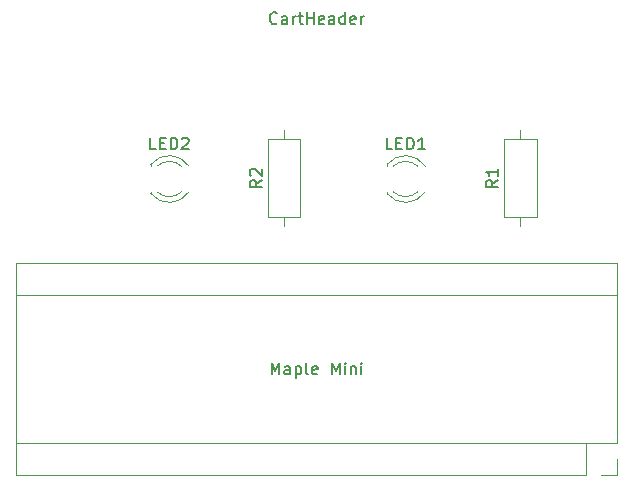
<source format=gbr>
G04 #@! TF.GenerationSoftware,KiCad,Pcbnew,(5.1.2)-2*
G04 #@! TF.CreationDate,2020-01-23T10:25:16+01:00*
G04 #@! TF.ProjectId,JoeyJoebags,4a6f6579-4a6f-4656-9261-67732e6b6963,rev?*
G04 #@! TF.SameCoordinates,Original*
G04 #@! TF.FileFunction,Legend,Top*
G04 #@! TF.FilePolarity,Positive*
%FSLAX46Y46*%
G04 Gerber Fmt 4.6, Leading zero omitted, Abs format (unit mm)*
G04 Created by KiCad (PCBNEW (5.1.2)-2) date 2020-01-23 10:25:16*
%MOMM*%
%LPD*%
G04 APERTURE LIST*
%ADD10C,0.120000*%
%ADD11C,0.150000*%
G04 APERTURE END LIST*
D10*
X191347000Y-105558000D02*
X191347000Y-90318000D01*
X140427000Y-90318000D02*
X140427000Y-108218000D01*
X191347000Y-90318000D02*
X140427000Y-90318000D01*
X140427000Y-108218000D02*
X188747000Y-108218000D01*
X191347000Y-105558000D02*
X140427000Y-105558000D01*
X140427000Y-92978000D02*
X191347000Y-92978000D01*
X188747000Y-108218000D02*
X188747000Y-105558000D01*
X191347000Y-106888000D02*
X191347000Y-108218000D01*
X191347000Y-108218000D02*
X190017000Y-108218000D01*
X175094335Y-82105092D02*
G75*
G03X171862000Y-81948184I-1672335J-1078608D01*
G01*
X175094335Y-84262308D02*
G75*
G02X171862000Y-84419216I-1672335J1078608D01*
G01*
X174463130Y-82103863D02*
G75*
G03X172381039Y-82103700I-1041130J-1079837D01*
G01*
X174463130Y-84263537D02*
G75*
G02X172381039Y-84263700I-1041130J1079837D01*
G01*
X171862000Y-81947700D02*
X171862000Y-82103700D01*
X171862000Y-84263700D02*
X171862000Y-84419700D01*
X151862000Y-84263700D02*
X151862000Y-84419700D01*
X151862000Y-81947700D02*
X151862000Y-82103700D01*
X154463130Y-84263537D02*
G75*
G02X152381039Y-84263700I-1041130J1079837D01*
G01*
X154463130Y-82103863D02*
G75*
G03X152381039Y-82103700I-1041130J-1079837D01*
G01*
X155094335Y-84262308D02*
G75*
G02X151862000Y-84419216I-1672335J1078608D01*
G01*
X155094335Y-82105092D02*
G75*
G03X151862000Y-81948184I-1672335J-1078608D01*
G01*
X183152000Y-79063700D02*
X183152000Y-79833700D01*
X183152000Y-87143700D02*
X183152000Y-86373700D01*
X181782000Y-79833700D02*
X181782000Y-86373700D01*
X184522000Y-79833700D02*
X181782000Y-79833700D01*
X184522000Y-86373700D02*
X184522000Y-79833700D01*
X181782000Y-86373700D02*
X184522000Y-86373700D01*
X161782000Y-86373700D02*
X164522000Y-86373700D01*
X164522000Y-86373700D02*
X164522000Y-79833700D01*
X164522000Y-79833700D02*
X161782000Y-79833700D01*
X161782000Y-79833700D02*
X161782000Y-86373700D01*
X163152000Y-87143700D02*
X163152000Y-86373700D01*
X163152000Y-79063700D02*
X163152000Y-79833700D01*
D11*
X162077476Y-99722400D02*
X162077476Y-98722400D01*
X162410809Y-99436686D01*
X162744142Y-98722400D01*
X162744142Y-99722400D01*
X163648904Y-99722400D02*
X163648904Y-99198591D01*
X163601285Y-99103353D01*
X163506047Y-99055734D01*
X163315571Y-99055734D01*
X163220333Y-99103353D01*
X163648904Y-99674781D02*
X163553666Y-99722400D01*
X163315571Y-99722400D01*
X163220333Y-99674781D01*
X163172714Y-99579543D01*
X163172714Y-99484305D01*
X163220333Y-99389067D01*
X163315571Y-99341448D01*
X163553666Y-99341448D01*
X163648904Y-99293829D01*
X164125095Y-99055734D02*
X164125095Y-100055734D01*
X164125095Y-99103353D02*
X164220333Y-99055734D01*
X164410809Y-99055734D01*
X164506047Y-99103353D01*
X164553666Y-99150972D01*
X164601285Y-99246210D01*
X164601285Y-99531924D01*
X164553666Y-99627162D01*
X164506047Y-99674781D01*
X164410809Y-99722400D01*
X164220333Y-99722400D01*
X164125095Y-99674781D01*
X165172714Y-99722400D02*
X165077476Y-99674781D01*
X165029857Y-99579543D01*
X165029857Y-98722400D01*
X165934619Y-99674781D02*
X165839380Y-99722400D01*
X165648904Y-99722400D01*
X165553666Y-99674781D01*
X165506047Y-99579543D01*
X165506047Y-99198591D01*
X165553666Y-99103353D01*
X165648904Y-99055734D01*
X165839380Y-99055734D01*
X165934619Y-99103353D01*
X165982238Y-99198591D01*
X165982238Y-99293829D01*
X165506047Y-99389067D01*
X167172714Y-99722400D02*
X167172714Y-98722400D01*
X167506047Y-99436686D01*
X167839380Y-98722400D01*
X167839380Y-99722400D01*
X168315571Y-99722400D02*
X168315571Y-99055734D01*
X168315571Y-98722400D02*
X168267952Y-98770020D01*
X168315571Y-98817639D01*
X168363190Y-98770020D01*
X168315571Y-98722400D01*
X168315571Y-98817639D01*
X168791761Y-99055734D02*
X168791761Y-99722400D01*
X168791761Y-99150972D02*
X168839380Y-99103353D01*
X168934619Y-99055734D01*
X169077476Y-99055734D01*
X169172714Y-99103353D01*
X169220333Y-99198591D01*
X169220333Y-99722400D01*
X169696523Y-99722400D02*
X169696523Y-99055734D01*
X169696523Y-98722400D02*
X169648904Y-98770020D01*
X169696523Y-98817639D01*
X169744142Y-98770020D01*
X169696523Y-98722400D01*
X169696523Y-98817639D01*
X162544666Y-69971942D02*
X162497047Y-70019561D01*
X162354190Y-70067180D01*
X162258952Y-70067180D01*
X162116095Y-70019561D01*
X162020857Y-69924323D01*
X161973238Y-69829085D01*
X161925619Y-69638609D01*
X161925619Y-69495752D01*
X161973238Y-69305276D01*
X162020857Y-69210038D01*
X162116095Y-69114800D01*
X162258952Y-69067180D01*
X162354190Y-69067180D01*
X162497047Y-69114800D01*
X162544666Y-69162419D01*
X163401809Y-70067180D02*
X163401809Y-69543371D01*
X163354190Y-69448133D01*
X163258952Y-69400514D01*
X163068476Y-69400514D01*
X162973238Y-69448133D01*
X163401809Y-70019561D02*
X163306571Y-70067180D01*
X163068476Y-70067180D01*
X162973238Y-70019561D01*
X162925619Y-69924323D01*
X162925619Y-69829085D01*
X162973238Y-69733847D01*
X163068476Y-69686228D01*
X163306571Y-69686228D01*
X163401809Y-69638609D01*
X163878000Y-70067180D02*
X163878000Y-69400514D01*
X163878000Y-69590990D02*
X163925619Y-69495752D01*
X163973238Y-69448133D01*
X164068476Y-69400514D01*
X164163714Y-69400514D01*
X164354190Y-69400514D02*
X164735142Y-69400514D01*
X164497047Y-69067180D02*
X164497047Y-69924323D01*
X164544666Y-70019561D01*
X164639904Y-70067180D01*
X164735142Y-70067180D01*
X165068476Y-70067180D02*
X165068476Y-69067180D01*
X165068476Y-69543371D02*
X165639904Y-69543371D01*
X165639904Y-70067180D02*
X165639904Y-69067180D01*
X166497047Y-70019561D02*
X166401809Y-70067180D01*
X166211333Y-70067180D01*
X166116095Y-70019561D01*
X166068476Y-69924323D01*
X166068476Y-69543371D01*
X166116095Y-69448133D01*
X166211333Y-69400514D01*
X166401809Y-69400514D01*
X166497047Y-69448133D01*
X166544666Y-69543371D01*
X166544666Y-69638609D01*
X166068476Y-69733847D01*
X167401809Y-70067180D02*
X167401809Y-69543371D01*
X167354190Y-69448133D01*
X167258952Y-69400514D01*
X167068476Y-69400514D01*
X166973238Y-69448133D01*
X167401809Y-70019561D02*
X167306571Y-70067180D01*
X167068476Y-70067180D01*
X166973238Y-70019561D01*
X166925619Y-69924323D01*
X166925619Y-69829085D01*
X166973238Y-69733847D01*
X167068476Y-69686228D01*
X167306571Y-69686228D01*
X167401809Y-69638609D01*
X168306571Y-70067180D02*
X168306571Y-69067180D01*
X168306571Y-70019561D02*
X168211333Y-70067180D01*
X168020857Y-70067180D01*
X167925619Y-70019561D01*
X167878000Y-69971942D01*
X167830380Y-69876704D01*
X167830380Y-69590990D01*
X167878000Y-69495752D01*
X167925619Y-69448133D01*
X168020857Y-69400514D01*
X168211333Y-69400514D01*
X168306571Y-69448133D01*
X169163714Y-70019561D02*
X169068476Y-70067180D01*
X168878000Y-70067180D01*
X168782761Y-70019561D01*
X168735142Y-69924323D01*
X168735142Y-69543371D01*
X168782761Y-69448133D01*
X168878000Y-69400514D01*
X169068476Y-69400514D01*
X169163714Y-69448133D01*
X169211333Y-69543371D01*
X169211333Y-69638609D01*
X168735142Y-69733847D01*
X169639904Y-70067180D02*
X169639904Y-69400514D01*
X169639904Y-69590990D02*
X169687523Y-69495752D01*
X169735142Y-69448133D01*
X169830380Y-69400514D01*
X169925619Y-69400514D01*
X172302952Y-80676080D02*
X171826761Y-80676080D01*
X171826761Y-79676080D01*
X172636285Y-80152271D02*
X172969619Y-80152271D01*
X173112476Y-80676080D02*
X172636285Y-80676080D01*
X172636285Y-79676080D01*
X173112476Y-79676080D01*
X173541047Y-80676080D02*
X173541047Y-79676080D01*
X173779142Y-79676080D01*
X173922000Y-79723700D01*
X174017238Y-79818938D01*
X174064857Y-79914176D01*
X174112476Y-80104652D01*
X174112476Y-80247509D01*
X174064857Y-80437985D01*
X174017238Y-80533223D01*
X173922000Y-80628461D01*
X173779142Y-80676080D01*
X173541047Y-80676080D01*
X175064857Y-80676080D02*
X174493428Y-80676080D01*
X174779142Y-80676080D02*
X174779142Y-79676080D01*
X174683904Y-79818938D01*
X174588666Y-79914176D01*
X174493428Y-79961795D01*
X152302952Y-80676080D02*
X151826761Y-80676080D01*
X151826761Y-79676080D01*
X152636285Y-80152271D02*
X152969619Y-80152271D01*
X153112476Y-80676080D02*
X152636285Y-80676080D01*
X152636285Y-79676080D01*
X153112476Y-79676080D01*
X153541047Y-80676080D02*
X153541047Y-79676080D01*
X153779142Y-79676080D01*
X153922000Y-79723700D01*
X154017238Y-79818938D01*
X154064857Y-79914176D01*
X154112476Y-80104652D01*
X154112476Y-80247509D01*
X154064857Y-80437985D01*
X154017238Y-80533223D01*
X153922000Y-80628461D01*
X153779142Y-80676080D01*
X153541047Y-80676080D01*
X154493428Y-79771319D02*
X154541047Y-79723700D01*
X154636285Y-79676080D01*
X154874380Y-79676080D01*
X154969619Y-79723700D01*
X155017238Y-79771319D01*
X155064857Y-79866557D01*
X155064857Y-79961795D01*
X155017238Y-80104652D01*
X154445809Y-80676080D01*
X155064857Y-80676080D01*
X181234380Y-83270366D02*
X180758190Y-83603700D01*
X181234380Y-83841795D02*
X180234380Y-83841795D01*
X180234380Y-83460842D01*
X180282000Y-83365604D01*
X180329619Y-83317985D01*
X180424857Y-83270366D01*
X180567714Y-83270366D01*
X180662952Y-83317985D01*
X180710571Y-83365604D01*
X180758190Y-83460842D01*
X180758190Y-83841795D01*
X181234380Y-82317985D02*
X181234380Y-82889414D01*
X181234380Y-82603700D02*
X180234380Y-82603700D01*
X180377238Y-82698938D01*
X180472476Y-82794176D01*
X180520095Y-82889414D01*
X161234380Y-83270366D02*
X160758190Y-83603700D01*
X161234380Y-83841795D02*
X160234380Y-83841795D01*
X160234380Y-83460842D01*
X160282000Y-83365604D01*
X160329619Y-83317985D01*
X160424857Y-83270366D01*
X160567714Y-83270366D01*
X160662952Y-83317985D01*
X160710571Y-83365604D01*
X160758190Y-83460842D01*
X160758190Y-83841795D01*
X160329619Y-82889414D02*
X160282000Y-82841795D01*
X160234380Y-82746557D01*
X160234380Y-82508461D01*
X160282000Y-82413223D01*
X160329619Y-82365604D01*
X160424857Y-82317985D01*
X160520095Y-82317985D01*
X160662952Y-82365604D01*
X161234380Y-82937033D01*
X161234380Y-82317985D01*
M02*

</source>
